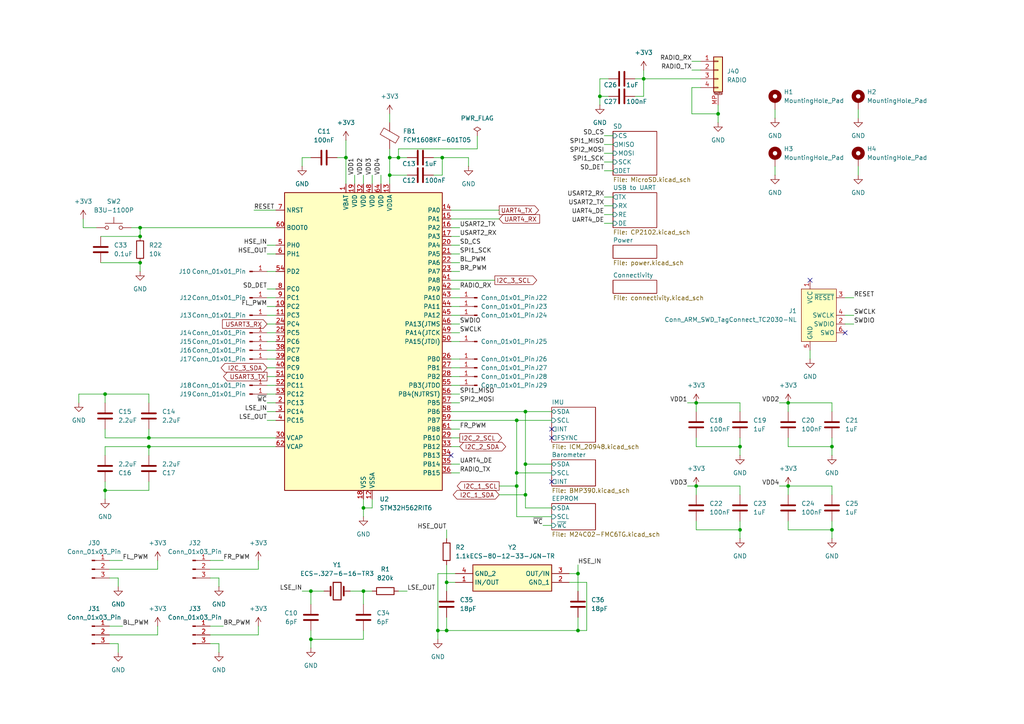
<source format=kicad_sch>
(kicad_sch (version 20250114) (generator "eeschema") (generator_version "9.0")
  (paper "A4")
  (junction (at 128.27 45.72))
  (junction (at 127 182.88))
  (junction (at 90.17 171.45))
  (junction (at 30.48 114.3))
  (junction (at 241.3 153.67))
  (junction (at 152.4 119.38))
  (junction (at 228.6 140.97))
  (junction (at 214.63 129.54))
  (junction (at 208.28 33.02))
  (junction (at 214.63 153.67))
  (junction (at 113.03 50.8))
  (junction (at 173.99 27.94))
  (junction (at 40.64 66.04))
  (junction (at 149.86 121.92))
  (junction (at 129.54 182.88))
  (junction (at 30.48 142.24))
  (junction (at 201.93 140.97))
  (junction (at 149.86 140.97))
  (junction (at 40.64 76.2))
  (junction (at 149.86 137.16))
  (junction (at 152.4 134.62))
  (junction (at 152.4 143.51))
  (junction (at 201.93 116.84))
  (junction (at 90.17 185.42))
  (junction (at 167.64 166.37))
  (junction (at 43.18 127))
  (junction (at 115.57 45.72))
  (junction (at 105.41 147.32))
  (junction (at 43.18 129.54))
  (junction (at 186.69 22.86))
  (junction (at 228.6 116.84))
  (junction (at 241.3 129.54))
  (junction (at 105.41 171.45))
  (junction (at 167.64 182.88))
  (junction (at 100.33 45.72))
  (junction (at 129.54 168.91))
  (junction (at 113.03 45.72))
  (junction (at 40.64 68.58))
  (no_connect (at 245.11 96.52))
  (no_connect (at 160.02 127))
  (no_connect (at 160.02 139.7))
  (no_connect (at 234.95 81.28))
  (no_connect (at 160.02 124.46))
  (no_connect (at 130.81 132.08))
  (wire (pts (xy 90.17 171.45) (xy 90.17 175.26)))
  (wire (pts (xy 43.18 124.46) (xy 43.18 127)))
  (wire (pts (xy 73.66 60.96) (xy 80.01 60.96)))
  (wire (pts (xy 30.48 129.54) (xy 43.18 129.54)))
  (wire (pts (xy 214.63 129.54) (xy 214.63 127)))
  (wire (pts (xy 113.03 45.72) (xy 113.03 50.8)))
  (wire (pts (xy 138.43 43.18) (xy 138.43 39.37)))
  (wire (pts (xy 43.18 114.3) (xy 30.48 114.3)))
  (wire (pts (xy 228.6 140.97) (xy 228.6 143.51)))
  (wire (pts (xy 90.17 185.42) (xy 105.41 185.42)))
  (wire (pts (xy 24.13 63.5) (xy 24.13 66.04)))
  (wire (pts (xy 128.27 45.72) (xy 128.27 50.8)))
  (wire (pts (xy 77.47 73.66) (xy 80.01 73.66)))
  (wire (pts (xy 129.54 182.88) (xy 167.64 182.88)))
  (wire (pts (xy 110.49 50.8) (xy 110.49 53.34)))
  (wire (pts (xy 152.4 143.51) (xy 152.4 134.62)))
  (wire (pts (xy 149.86 137.16) (xy 149.86 121.92)))
  (wire (pts (xy 177.8 44.45) (xy 175.26 44.45)))
  (wire (pts (xy 45.72 181.61) (xy 45.72 184.15)))
  (wire (pts (xy 101.6 171.45) (xy 105.41 171.45)))
  (wire (pts (xy 77.47 78.74) (xy 80.01 78.74)))
  (wire (pts (xy 77.47 99.06) (xy 80.01 99.06)))
  (wire (pts (xy 29.21 68.58) (xy 40.64 68.58)))
  (wire (pts (xy 133.35 111.76) (xy 130.81 111.76)))
  (wire (pts (xy 105.41 147.32) (xy 105.41 149.86)))
  (wire (pts (xy 43.18 132.08) (xy 43.18 129.54)))
  (wire (pts (xy 90.17 182.88) (xy 90.17 185.42)))
  (wire (pts (xy 130.81 96.52) (xy 133.35 96.52)))
  (wire (pts (xy 127 166.37) (xy 127 182.88)))
  (wire (pts (xy 248.92 31.75) (xy 248.92 34.29)))
  (wire (pts (xy 127 182.88) (xy 129.54 182.88)))
  (wire (pts (xy 60.96 184.15) (xy 74.93 184.15)))
  (wire (pts (xy 170.18 182.88) (xy 170.18 168.91)))
  (wire (pts (xy 130.81 81.28) (xy 143.51 81.28)))
  (wire (pts (xy 152.4 134.62) (xy 152.4 119.38)))
  (wire (pts (xy 30.48 124.46) (xy 30.48 127)))
  (wire (pts (xy 214.63 153.67) (xy 214.63 156.21)))
  (wire (pts (xy 22.86 114.3) (xy 22.86 116.84)))
  (wire (pts (xy 60.96 165.1) (xy 74.93 165.1)))
  (wire (pts (xy 133.35 137.16) (xy 130.81 137.16)))
  (wire (pts (xy 105.41 171.45) (xy 107.95 171.45)))
  (wire (pts (xy 30.48 132.08) (xy 30.48 129.54)))
  (wire (pts (xy 152.4 147.32) (xy 160.02 147.32)))
  (wire (pts (xy 245.11 91.44) (xy 247.65 91.44)))
  (wire (pts (xy 133.35 88.9) (xy 130.81 88.9)))
  (wire (pts (xy 43.18 116.84) (xy 43.18 114.3)))
  (wire (pts (xy 184.15 27.94) (xy 186.69 27.94)))
  (wire (pts (xy 105.41 185.42) (xy 105.41 182.88)))
  (wire (pts (xy 130.81 121.92) (xy 149.86 121.92)))
  (wire (pts (xy 77.47 116.84) (xy 80.01 116.84)))
  (wire (pts (xy 113.03 50.8) (xy 118.11 50.8)))
  (wire (pts (xy 77.47 96.52) (xy 80.01 96.52)))
  (wire (pts (xy 177.8 62.23) (xy 175.26 62.23)))
  (wire (pts (xy 77.47 86.36) (xy 80.01 86.36)))
  (wire (pts (xy 228.6 153.67) (xy 241.3 153.67)))
  (wire (pts (xy 173.99 27.94) (xy 173.99 30.48)))
  (wire (pts (xy 130.81 119.38) (xy 152.4 119.38)))
  (wire (pts (xy 160.02 134.62) (xy 152.4 134.62)))
  (wire (pts (xy 129.54 168.91) (xy 129.54 171.45)))
  (wire (pts (xy 241.3 116.84) (xy 241.3 119.38)))
  (wire (pts (xy 152.4 119.38) (xy 160.02 119.38)))
  (wire (pts (xy 40.64 66.04) (xy 80.01 66.04)))
  (wire (pts (xy 130.81 78.74) (xy 133.35 78.74)))
  (wire (pts (xy 74.93 162.56) (xy 74.93 165.1)))
  (wire (pts (xy 173.99 27.94) (xy 176.53 27.94)))
  (wire (pts (xy 87.63 171.45) (xy 90.17 171.45)))
  (wire (pts (xy 149.86 121.92) (xy 160.02 121.92)))
  (wire (pts (xy 43.18 129.54) (xy 80.01 129.54)))
  (wire (pts (xy 130.81 127) (xy 133.35 127)))
  (wire (pts (xy 60.96 186.69) (xy 63.5 186.69)))
  (wire (pts (xy 201.93 153.67) (xy 214.63 153.67)))
  (wire (pts (xy 201.93 151.13) (xy 201.93 153.67)))
  (wire (pts (xy 184.15 22.86) (xy 186.69 22.86)))
  (wire (pts (xy 100.33 40.64) (xy 100.33 45.72)))
  (wire (pts (xy 173.99 22.86) (xy 173.99 27.94)))
  (wire (pts (xy 130.81 60.96) (xy 144.78 60.96)))
  (wire (pts (xy 77.47 111.76) (xy 80.01 111.76)))
  (wire (pts (xy 152.4 147.32) (xy 152.4 143.51)))
  (wire (pts (xy 228.6 116.84) (xy 228.6 119.38)))
  (wire (pts (xy 133.35 109.22) (xy 130.81 109.22)))
  (wire (pts (xy 31.75 167.64) (xy 34.29 167.64)))
  (wire (pts (xy 30.48 114.3) (xy 30.48 116.84)))
  (wire (pts (xy 43.18 142.24) (xy 30.48 142.24)))
  (wire (pts (xy 60.96 162.56) (xy 64.77 162.56)))
  (wire (pts (xy 175.26 49.53) (xy 177.8 49.53)))
  (wire (pts (xy 77.47 83.82) (xy 80.01 83.82)))
  (wire (pts (xy 176.53 22.86) (xy 173.99 22.86)))
  (wire (pts (xy 130.81 114.3) (xy 133.35 114.3)))
  (wire (pts (xy 132.08 168.91) (xy 129.54 168.91)))
  (wire (pts (xy 224.79 48.26) (xy 224.79 50.8)))
  (wire (pts (xy 199.39 140.97) (xy 201.93 140.97)))
  (wire (pts (xy 77.47 114.3) (xy 80.01 114.3)))
  (wire (pts (xy 40.64 76.2) (xy 40.64 78.74)))
  (wire (pts (xy 40.64 68.58) (xy 40.64 66.04)))
  (wire (pts (xy 133.35 106.68) (xy 130.81 106.68)))
  (wire (pts (xy 77.47 91.44) (xy 80.01 91.44)))
  (wire (pts (xy 97.79 45.72) (xy 100.33 45.72)))
  (wire (pts (xy 228.6 127) (xy 228.6 129.54)))
  (wire (pts (xy 228.6 140.97) (xy 241.3 140.97)))
  (wire (pts (xy 152.4 143.51) (xy 144.78 143.51)))
  (wire (pts (xy 77.47 109.22) (xy 80.01 109.22)))
  (wire (pts (xy 167.64 182.88) (xy 170.18 182.88)))
  (wire (pts (xy 133.35 104.14) (xy 130.81 104.14)))
  (wire (pts (xy 38.1 66.04) (xy 40.64 66.04)))
  (wire (pts (xy 77.47 104.14) (xy 80.01 104.14)))
  (wire (pts (xy 105.41 147.32) (xy 107.95 147.32)))
  (wire (pts (xy 130.81 66.04) (xy 133.35 66.04)))
  (wire (pts (xy 241.3 153.67) (xy 241.3 156.21)))
  (wire (pts (xy 226.06 140.97) (xy 228.6 140.97)))
  (wire (pts (xy 167.64 179.07) (xy 167.64 182.88)))
  (wire (pts (xy 74.93 181.61) (xy 74.93 184.15)))
  (wire (pts (xy 200.66 25.4) (xy 200.66 33.02)))
  (wire (pts (xy 60.96 167.64) (xy 63.5 167.64)))
  (wire (pts (xy 224.79 31.75) (xy 224.79 34.29)))
  (wire (pts (xy 77.47 93.98) (xy 80.01 93.98)))
  (wire (pts (xy 77.47 119.38) (xy 80.01 119.38)))
  (wire (pts (xy 43.18 127) (xy 80.01 127)))
  (wire (pts (xy 208.28 35.56) (xy 208.28 33.02)))
  (wire (pts (xy 214.63 153.67) (xy 214.63 151.13)))
  (wire (pts (xy 128.27 50.8) (xy 125.73 50.8)))
  (wire (pts (xy 177.8 57.15) (xy 175.26 57.15)))
  (wire (pts (xy 177.8 64.77) (xy 175.26 64.77)))
  (wire (pts (xy 113.03 50.8) (xy 113.03 53.34)))
  (wire (pts (xy 105.41 171.45) (xy 105.41 175.26)))
  (wire (pts (xy 201.93 140.97) (xy 201.93 143.51)))
  (wire (pts (xy 77.47 71.12) (xy 80.01 71.12)))
  (wire (pts (xy 177.8 46.99) (xy 175.26 46.99)))
  (wire (pts (xy 170.18 168.91) (xy 165.1 168.91)))
  (wire (pts (xy 160.02 137.16) (xy 149.86 137.16)))
  (wire (pts (xy 90.17 185.42) (xy 90.17 187.96)))
  (wire (pts (xy 130.81 134.62) (xy 133.35 134.62)))
  (wire (pts (xy 241.3 153.67) (xy 241.3 151.13)))
  (wire (pts (xy 77.47 101.6) (xy 80.01 101.6)))
  (wire (pts (xy 30.48 142.24) (xy 30.48 144.78)))
  (wire (pts (xy 133.35 86.36) (xy 130.81 86.36)))
  (wire (pts (xy 167.64 166.37) (xy 167.64 171.45)))
  (wire (pts (xy 200.66 20.32) (xy 203.2 20.32)))
  (wire (pts (xy 177.8 39.37) (xy 175.26 39.37)))
  (wire (pts (xy 102.87 50.8) (xy 102.87 53.34)))
  (wire (pts (xy 115.57 45.72) (xy 118.11 45.72)))
  (wire (pts (xy 130.81 129.54) (xy 133.35 129.54)))
  (wire (pts (xy 130.81 93.98) (xy 133.35 93.98)))
  (wire (pts (xy 167.64 163.83) (xy 167.64 166.37)))
  (wire (pts (xy 63.5 167.64) (xy 63.5 170.18)))
  (wire (pts (xy 200.66 17.78) (xy 203.2 17.78)))
  (wire (pts (xy 214.63 116.84) (xy 214.63 119.38)))
  (wire (pts (xy 149.86 149.86) (xy 160.02 149.86)))
  (wire (pts (xy 105.41 144.78) (xy 105.41 147.32)))
  (wire (pts (xy 201.93 116.84) (xy 214.63 116.84)))
  (wire (pts (xy 208.28 33.02) (xy 208.28 30.48)))
  (wire (pts (xy 149.86 149.86) (xy 149.86 140.97)))
  (wire (pts (xy 245.11 93.98) (xy 247.65 93.98)))
  (wire (pts (xy 234.95 101.6) (xy 234.95 104.14)))
  (wire (pts (xy 132.08 166.37) (xy 127 166.37)))
  (wire (pts (xy 228.6 129.54) (xy 241.3 129.54)))
  (wire (pts (xy 34.29 186.69) (xy 34.29 189.23)))
  (wire (pts (xy 177.8 41.91) (xy 175.26 41.91)))
  (wire (pts (xy 201.93 140.97) (xy 214.63 140.97)))
  (wire (pts (xy 127 182.88) (xy 127 185.42)))
  (wire (pts (xy 77.47 121.92) (xy 80.01 121.92)))
  (wire (pts (xy 30.48 114.3) (xy 22.86 114.3)))
  (wire (pts (xy 130.81 63.5) (xy 144.78 63.5)))
  (wire (pts (xy 130.81 71.12) (xy 133.35 71.12)))
  (wire (pts (xy 200.66 33.02) (xy 208.28 33.02)))
  (wire (pts (xy 203.2 25.4) (xy 200.66 25.4)))
  (wire (pts (xy 128.27 45.72) (xy 135.89 45.72)))
  (wire (pts (xy 31.75 181.61) (xy 35.56 181.61)))
  (wire (pts (xy 130.81 124.46) (xy 133.35 124.46)))
  (wire (pts (xy 149.86 140.97) (xy 149.86 137.16)))
  (wire (pts (xy 129.54 153.67) (xy 129.54 156.21)))
  (wire (pts (xy 201.93 129.54) (xy 214.63 129.54)))
  (wire (pts (xy 43.18 139.7) (xy 43.18 142.24)))
  (wire (pts (xy 226.06 116.84) (xy 228.6 116.84)))
  (wire (pts (xy 113.03 33.02) (xy 113.03 35.56)))
  (wire (pts (xy 90.17 171.45) (xy 93.98 171.45)))
  (wire (pts (xy 29.21 76.2) (xy 40.64 76.2)))
  (wire (pts (xy 130.81 76.2) (xy 133.35 76.2)))
  (wire (pts (xy 214.63 140.97) (xy 214.63 143.51)))
  (wire (pts (xy 31.75 165.1) (xy 45.72 165.1)))
  (wire (pts (xy 90.17 45.72) (xy 87.63 45.72)))
  (wire (pts (xy 241.3 129.54) (xy 241.3 127)))
  (wire (pts (xy 115.57 171.45) (xy 118.11 171.45)))
  (wire (pts (xy 24.13 66.04) (xy 27.94 66.04)))
  (wire (pts (xy 30.48 127) (xy 43.18 127)))
  (wire (pts (xy 135.89 45.72) (xy 135.89 48.26)))
  (wire (pts (xy 133.35 99.06) (xy 130.81 99.06)))
  (wire (pts (xy 125.73 45.72) (xy 128.27 45.72)))
  (wire (pts (xy 31.75 186.69) (xy 34.29 186.69)))
  (wire (pts (xy 199.39 116.84) (xy 201.93 116.84)))
  (wire (pts (xy 201.93 116.84) (xy 201.93 119.38)))
  (wire (pts (xy 228.6 116.84) (xy 241.3 116.84)))
  (wire (pts (xy 80.01 88.9) (xy 77.47 88.9)))
  (wire (pts (xy 165.1 166.37) (xy 167.64 166.37)))
  (wire (pts (xy 177.8 59.69) (xy 175.26 59.69)))
  (wire (pts (xy 115.57 45.72) (xy 115.57 43.18)))
  (wire (pts (xy 228.6 151.13) (xy 228.6 153.67)))
  (wire (pts (xy 115.57 43.18) (xy 138.43 43.18)))
  (wire (pts (xy 241.3 129.54) (xy 241.3 132.08)))
  (wire (pts (xy 203.2 22.86) (xy 186.69 22.86)))
  (wire (pts (xy 45.72 162.56) (xy 45.72 165.1)))
  (wire (pts (xy 133.35 83.82) (xy 130.81 83.82)))
  (wire (pts (xy 245.11 86.36) (xy 247.65 86.36)))
  (wire (pts (xy 100.33 45.72) (xy 100.33 53.34)))
  (wire (pts (xy 201.93 127) (xy 201.93 129.54)))
  (wire (pts (xy 113.03 43.18) (xy 113.03 45.72)))
  (wire (pts (xy 105.41 50.8) (xy 105.41 53.34)))
  (wire (pts (xy 107.95 50.8) (xy 107.95 53.34)))
  (wire (pts (xy 133.35 91.44) (xy 130.81 91.44)))
  (wire (pts (xy 34.29 167.64) (xy 34.29 170.18)))
  (wire (pts (xy 31.75 162.56) (xy 35.56 162.56)))
  (wire (pts (xy 157.48 152.4) (xy 160.02 152.4)))
  (wire (pts (xy 60.96 181.61) (xy 64.77 181.61)))
  (wire (pts (xy 31.75 184.15) (xy 45.72 184.15)))
  (wire (pts (xy 214.63 129.54) (xy 214.63 132.08)))
  (wire (pts (xy 130.81 73.66) (xy 133.35 73.66)))
  (wire (pts (xy 186.69 20.32) (xy 186.69 22.86)))
  (wire (pts (xy 241.3 140.97) (xy 241.3 143.51)))
  (wire (pts (xy 186.69 22.86) (xy 186.69 27.94)))
  (wire (pts (xy 248.92 48.26) (xy 248.92 50.8)))
  (wire (pts (xy 113.03 45.72) (xy 115.57 45.72)))
  (wire (pts (xy 129.54 179.07) (xy 129.54 182.88)))
  (wire (pts (xy 87.63 45.72) (xy 87.63 48.26)))
  (wire (pts (xy 149.86 140.97) (xy 144.78 140.97)))
  (wire (pts (xy 77.47 106.68) (xy 80.01 106.68)))
  (wire (pts (xy 107.95 144.78) (xy 107.95 147.32)))
  (wire (pts (xy 63.5 186.69) (xy 63.5 189.23)))
  (wire (pts (xy 130.81 68.58) (xy 133.35 68.58)))
  (wire (pts (xy 129.54 163.83) (xy 129.54 168.91)))
  (wire (pts (xy 30.48 142.24) (xy 30.48 139.7)))
  (wire (pts (xy 130.81 116.84) (xy 133.35 116.84)))
  (label "HSE_OUT" (at 129.54 153.67 180))
  (label "BR_PWM" (at 64.77 181.61 0))
  (label "SD_DET" (at 77.47 83.82 180))
  (label "SWCLK" (at 133.35 96.52 0))
  (label "UART4_DE" (at 133.35 134.62 0))
  (label "RADIO_RX" (at 133.35 83.82 0))
  (label "SPI2_MOSI" (at 133.35 116.84 0))
  (label "VDD1" (at 199.39 116.84 180))
  (label "SD_CS" (at 175.26 39.37 180))
  (label "BL_PWM" (at 133.35 76.2 0))
  (label "USART2_TX" (at 175.26 59.69 180))
  (label "BR_PWM" (at 133.35 78.74 0))
  (label "SWDIO" (at 247.65 93.98 0))
  (label "SD_DET" (at 175.26 49.53 180))
  (label "VDD4" (at 110.49 50.8 90))
  (label "LSE_IN" (at 87.63 171.45 180))
  (label "UART4_DE" (at 175.26 64.77 180))
  (label "VDD3" (at 107.95 50.8 90))
  (label "RADIO_TX" (at 133.35 137.16 0))
  (label "SPI1_MISO" (at 175.26 41.91 180))
  (label "SD_CS" (at 133.35 71.12 0))
  (label "FL_PWM" (at 77.47 88.9 180))
  (label "~{WC}" (at 77.47 116.84 180))
  (label "VDD1" (at 102.87 50.8 90))
  (label "VDD3" (at 199.39 140.97 180))
  (label "SPI1_MISO" (at 133.35 114.3 0))
  (label "RESET" (at 247.65 86.36 0))
  (label "SPI1_SCK" (at 133.35 73.66 0))
  (label "BL_PWM" (at 35.56 181.61 0))
  (label "SPI2_MOSI" (at 175.26 44.45 180))
  (label "SWDIO" (at 133.35 93.98 0))
  (label "UART4_DE" (at 175.26 62.23 180))
  (label "RESET" (at 73.66 60.96 0))
  (label "RADIO_RX" (at 200.66 17.78 180))
  (label "HSE_IN" (at 167.64 163.83 0))
  (label "LSE_OUT" (at 118.11 171.45 0))
  (label "RADIO_TX" (at 200.66 20.32 180))
  (label "HSE_OUT" (at 77.47 73.66 180))
  (label "VDD4" (at 226.06 140.97 180))
  (label "FL_PWM" (at 35.56 162.56 0))
  (label "SWCLK" (at 247.65 91.44 0))
  (label "VDD2" (at 105.41 50.8 90))
  (label "LSE_OUT" (at 77.47 121.92 180))
  (label "USART2_RX" (at 175.26 57.15 180))
  (label "HSE_IN" (at 77.47 71.12 180))
  (label "SPI1_SCK" (at 175.26 46.99 180))
  (label "~{WC}" (at 157.48 152.4 180))
  (label "VDD2" (at 226.06 116.84 180))
  (label "USART2_RX" (at 133.35 68.58 0))
  (label "LSE_IN" (at 77.47 119.38 180))
  (label "FR_PWM" (at 64.77 162.56 0))
  (label "FR_PWM" (at 133.35 124.46 0))
  (label "USART2_TX" (at 133.35 66.04 0))
  (global_label "I2C_1_SDA" (shape bidirectional) (at 144.78 143.51 180) (property "Intersheetrefs" "${INTERSHEET_REFS}" (effects (hide yes))))
  (global_label "I2C_3_SCL" (shape output) (at 143.51 81.28 0) (property "Intersheetrefs" "${INTERSHEET_REFS}" (effects (hide yes))))
  (global_label "I2C_3_SDA" (shape bidirectional) (at 77.47 106.68 180) (property "Intersheetrefs" "${INTERSHEET_REFS}" (effects (hide yes))))
  (global_label "UART4_RX" (shape input) (at 144.78 63.5 0) (property "Intersheetrefs" "${INTERSHEET_REFS}" (effects (hide yes))))
  (global_label "I2C_2_SDA" (shape bidirectional) (at 133.35 129.54 0) (property "Intersheetrefs" "${INTERSHEET_REFS}" (effects (hide yes))))
  (global_label "I2C_2_SCL" (shape output) (at 133.35 127 0) (property "Intersheetrefs" "${INTERSHEET_REFS}" (effects (hide yes))))
  (global_label "USART3_RX" (shape input) (at 77.47 93.98 180) (property "Intersheetrefs" "${INTERSHEET_REFS}" (effects (hide yes))))
  (global_label "USART3_TX" (shape output) (at 77.47 109.22 180) (property "Intersheetrefs" "${INTERSHEET_REFS}" (effects (hide yes))))
  (global_label "UART4_TX" (shape output) (at 144.78 60.96 0) (property "Intersheetrefs" "${INTERSHEET_REFS}" (effects (hide yes))))
  (global_label "I2C_1_SCL" (shape output) (at 144.78 140.97 180) (property "Intersheetrefs" "${INTERSHEET_REFS}" (effects (hide yes))))
  (symbol (lib_id "Connector:Conn_01x01_Pin") (at 72.39 96.52 0) (unit 1)
    (property "Reference" "J14" (at 53.848 96.52 0))
    (property "Value" "Conn_01x01_Pin" (at 63.5 96.52 0))
    (property "Footprint" "Drone stuff:Breakout_Pad" (effects (hide yes)))
    (property "Description" "Generic connector, single row, 01x01, script generated" (effects (hide yes)))
  )
  (symbol (lib_id "power:+3V3") (at 228.6 140.97 0) (unit 1)
    (property "Reference" "#PWR044" (effects (hide yes)))
    (property "Value" "+3V3" (at 228.6 135.89 0))
    (property "Description" "Power symbol creates a global label with name \"+3V3\"" (effects (hide yes)))
  )
  (symbol (lib_id "Connector:Conn_01x01_Pin") (at 138.43 99.06 180) (unit 1)
    (property "Reference" "J25" (at 156.972 99.06 0))
    (property "Value" "Conn_01x01_Pin" (at 147.32 99.06 0))
    (property "Footprint" "Drone stuff:Breakout_Pad" (effects (hide yes)))
    (property "Description" "Generic connector, single row, 01x01, script generated" (effects (hide yes)))
  )
  (symbol (lib_id "Device:C") (at 241.3 123.19 0) (unit 1)
    (property "Reference" "C21" (at 245.11 121.9199 0) (effects (justify left)))
    (property "Value" "1uF" (at 245.11 124.4599 0) (effects (justify left)))
    (property "Footprint" "Capacitor_SMD:C_0402_1005Metric" (effects (hide yes)))
    (property "Description" "Unpolarized capacitor" (effects (hide yes)))
  )
  (symbol (lib_id "Device:FerriteBead") (at 113.03 39.37 0) (unit 1)
    (property "Reference" "FB1" (at 116.84 38.0491 0) (effects (justify left)))
    (property "Value" "FCM1608KF-601T05" (at 116.84 40.5891 0) (effects (justify left)))
    (property "Footprint" "Inductor_SMD:L_0603_1608Metric" (effects (hide yes)))
    (property "Description" "Ferrite bead" (effects (hide yes)))
  )
  (symbol (lib_id "power:GND") (at 135.89 48.26 0) (unit 1)
    (property "Reference" "#PWR030" (effects (hide yes)))
    (property "Value" "GND" (at 135.89 53.34 0))
    (property "Description" "Power symbol creates a global label with name \"GND\" , ground" (effects (hide yes)))
  )
  (symbol (lib_id "power:GND") (at 214.63 132.08 0) (unit 1)
    (property "Reference" "#PWR033" (effects (hide yes)))
    (property "Value" "GND" (at 214.63 137.16 0))
    (property "Description" "Power symbol creates a global label with name \"GND\" , ground" (effects (hide yes)))
  )
  (symbol (lib_id "power:GND") (at 30.48 144.78 0) (mirror y) (unit 1)
    (property "Reference" "#PWR032" (effects (hide yes)))
    (property "Value" "GND" (at 30.48 149.86 0))
    (property "Description" "Power symbol creates a global label with name \"GND\" , ground" (effects (hide yes)))
  )
  (symbol (lib_id "power:GND") (at 208.28 35.56 0) (unit 1)
    (property "Reference" "#PWR0104" (effects (hide yes)))
    (property "Value" "GND" (at 208.28 40.64 0))
    (property "Description" "Power symbol creates a global label with name \"GND\" , ground" (effects (hide yes)))
  )
  (symbol (lib_id "Device:C") (at 241.3 147.32 0) (unit 1)
    (property "Reference" "C25" (at 245.11 146.0499 0) (effects (justify left)))
    (property "Value" "1uF" (at 245.11 148.5899 0) (effects (justify left)))
    (property "Footprint" "Capacitor_SMD:C_0402_1005Metric" (effects (hide yes)))
    (property "Description" "Unpolarized capacitor" (effects (hide yes)))
  )
  (symbol (lib_id "Mechanical:MountingHole_Pad") (at 248.92 45.72 0) (unit 1) (in_bom no)
    (property "Reference" "H4" (at 251.46 43.1799 0) (effects (justify left)))
    (property "Value" "MountingHole_Pad" (at 251.46 45.7199 0) (effects (justify left)))
    (property "Footprint" "MountingHole:MountingHole_3.2mm_M3_ISO14580_Pad" (effects (hide yes)))
    (property "Description" "Mounting Hole with connection" (effects (hide yes)))
  )
  (symbol (lib_id "Connector:Conn_01x01_Pin") (at 138.43 88.9 180) (unit 1)
    (property "Reference" "J23" (at 156.972 88.9 0))
    (property "Value" "Conn_01x01_Pin" (at 147.32 88.9 0))
    (property "Footprint" "Drone stuff:Breakout_Pad" (effects (hide yes)))
    (property "Description" "Generic connector, single row, 01x01, script generated" (effects (hide yes)))
  )
  (symbol (lib_id "Connector:Conn_01x03_Pin") (at 26.67 184.15 0) (unit 1)
    (property "Reference" "J31" (at 27.305 176.53 0))
    (property "Value" "Conn_01x03_Pin" (at 27.305 179.07 0))
    (property "Footprint" "Drone stuff:Breakout_Servo_Pad" (effects (hide yes)))
    (property "Description" "Generic connector, single row, 01x03, script generated" (effects (hide yes)))
  )
  (symbol (lib_id "Device:C") (at 105.41 179.07 0) (unit 1)
    (property "Reference" "C34" (at 109.22 177.7999 0) (effects (justify left)))
    (property "Value" "6pF" (at 109.22 180.3399 0) (effects (justify left)))
    (property "Footprint" "Capacitor_SMD:C_0402_1005Metric" (effects (hide yes)))
    (property "Description" "Unpolarized capacitor" (effects (hide yes)))
  )
  (symbol (lib_id "Connector:Conn_ARM_SWD_TagConnect_TC2030-NL") (at 237.49 91.44 0) (unit 1) (in_bom no)
    (property "Reference" "J1" (at 231.14 90.1699 0) (effects (justify right)))
    (property "Value" "Conn_ARM_SWD_TagConnect_TC2030-NL" (at 231.14 92.7099 0) (effects (justify right)))
    (property "Footprint" "Connector_PinHeader_2.54mm:PinHeader_2x02_P2.54mm_Vertical" (effects (hide yes)))
    (property "Datasheet" "https://www.tag-connect.com/wp-content/uploads/bsk-pdf-manager/TC2030-CTX_1.pdf" (effects (hide yes)))
    (property "Description" "Tag-Connect ARM Cortex SWD JTAG connector, 6 pin, no legs" (effects (hide yes)))
  )
  (symbol (lib_id "Connector:Conn_01x01_Pin") (at 72.39 101.6 0) (unit 1)
    (property "Reference" "J16" (at 53.848 101.6 0))
    (property "Value" "Conn_01x01_Pin" (at 63.5 101.6 0))
    (property "Footprint" "Drone stuff:Breakout_Pad" (effects (hide yes)))
    (property "Description" "Generic connector, single row, 01x01, script generated" (effects (hide yes)))
  )
  (symbol (lib_id "Device:C") (at 129.54 175.26 0) (unit 1)
    (property "Reference" "C35" (at 133.35 173.9899 0) (effects (justify left)))
    (property "Value" "18pF" (at 133.35 176.5299 0) (effects (justify left)))
    (property "Footprint" "Capacitor_SMD:C_0402_1005Metric" (effects (hide yes)))
    (property "Description" "Unpolarized capacitor" (effects (hide yes)))
  )
  (symbol (lib_id "power:GND") (at 224.79 50.8 0) (unit 1)
    (property "Reference" "#PWR097" (effects (hide yes)))
    (property "Value" "GND" (at 224.79 55.88 0))
    (property "Description" "Power symbol creates a global label with name \"GND\" , ground" (effects (hide yes)))
  )
  (symbol (lib_id "Connector:Conn_01x01_Pin") (at 72.39 104.14 0) (unit 1)
    (property "Reference" "J17" (at 53.848 104.14 0))
    (property "Value" "Conn_01x01_Pin" (at 63.5 104.14 0))
    (property "Footprint" "Drone stuff:Breakout_Pad" (effects (hide yes)))
    (property "Description" "Generic connector, single row, 01x01, script generated" (effects (hide yes)))
  )
  (symbol (lib_id "power:+3V3") (at 201.93 140.97 0) (unit 1)
    (property "Reference" "#PWR0106" (effects (hide yes)))
    (property "Value" "+3V3" (at 201.93 135.89 0))
    (property "Description" "Power symbol creates a global label with name \"+3V3\"" (effects (hide yes)))
  )
  (symbol (lib_id "power:GND") (at 90.17 187.96 0) (unit 1)
    (property "Reference" "#PWR011" (effects (hide yes)))
    (property "Value" "GND" (at 90.17 193.04 0))
    (property "Description" "Power symbol creates a global label with name \"GND\" , ground" (effects (hide yes)))
  )
  (symbol (lib_id "Device:C") (at 180.34 22.86 90) (unit 1)
    (property "Reference" "C26" (at 177.038 24.638 90))
    (property "Value" "1uF" (at 183.388 24.638 90))
    (property "Footprint" "Capacitor_SMD:C_0402_1005Metric" (effects (hide yes)))
    (property "Description" "Unpolarized capacitor" (effects (hide yes)))
  )
  (symbol (lib_id "power:+3V3") (at 45.72 181.61 0) (unit 1)
    (property "Reference" "#PWR089" (effects (hide yes)))
    (property "Value" "+3V3" (at 45.72 176.53 0))
    (property "Description" "Power symbol creates a global label with name \"+3V3\"" (effects (hide yes)))
  )
  (symbol (lib_id "power:GND") (at 224.79 34.29 0) (unit 1)
    (property "Reference" "#PWR095" (effects (hide yes)))
    (property "Value" "GND" (at 224.79 39.37 0))
    (property "Description" "Power symbol creates a global label with name \"GND\" , ground" (effects (hide yes)))
  )
  (symbol (lib_id "Connector:Conn_01x01_Pin") (at 72.39 91.44 0) (unit 1)
    (property "Reference" "J13" (at 53.848 91.44 0))
    (property "Value" "Conn_01x01_Pin" (at 63.5 91.44 0))
    (property "Footprint" "Drone stuff:Breakout_Pad" (effects (hide yes)))
    (property "Description" "Generic connector, single row, 01x01, script generated" (effects (hide yes)))
  )
  (symbol (lib_id "power:+3V3") (at 228.6 116.84 0) (unit 1)
    (property "Reference" "#PWR043" (effects (hide yes)))
    (property "Value" "+3V3" (at 228.6 111.76 0))
    (property "Description" "Power symbol creates a global label with name \"+3V3\"" (effects (hide yes)))
  )
  (symbol (lib_id "Device:Crystal") (at 97.79 171.45 0) (unit 1)
    (property "Reference" "Y1" (at 97.79 163.83 0))
    (property "Value" "ECS-.327-6-16-TR3" (at 97.79 166.37 0))
    (property "Footprint" "Drone stuff:ECS-.327-6-16-TR3" (effects (hide yes)))
    (property "Description" "Two pin crystal" (effects (hide yes)))
  )
  (symbol (lib_id "Connector:Conn_01x01_Pin") (at 72.39 114.3 0) (unit 1)
    (property "Reference" "J19" (at 53.848 114.3 0))
    (property "Value" "Conn_01x01_Pin" (at 63.5 114.3 0))
    (property "Footprint" "Drone stuff:Breakout_Pad" (effects (hide yes)))
    (property "Description" "Generic connector, single row, 01x01, script generated" (effects (hide yes)))
  )
  (symbol (lib_id "Device:R") (at 40.64 72.39 0) (unit 1)
    (property "Reference" "R22" (at 43.18 71.1199 0) (effects (justify left)))
    (property "Value" "10k" (at 43.18 73.6599 0) (effects (justify left)))
    (property "Footprint" "Resistor_SMD:R_0402_1005Metric" (effects (hide yes)))
    (property "Description" "Resistor" (effects (hide yes)))
  )
  (symbol (lib_id "power:GND") (at 87.63 48.26 0) (unit 1)
    (property "Reference" "#PWR028" (effects (hide yes)))
    (property "Value" "GND" (at 87.63 53.34 0))
    (property "Description" "Power symbol creates a global label with name \"GND\" , ground" (effects (hide yes)))
  )
  (symbol (lib_id "Connector_Generic_MountingPin:Conn_01x04_MountingPin") (at 208.28 20.32 0) (unit 1)
    (property "Reference" "J40" (at 210.82 20.6755 0) (effects (justify left)))
    (property "Value" "RADIO" (at 210.82 23.2155 0) (effects (justify left)))
    (property "Footprint" "Connector_JST:JST_SH_SM04B-SRSS-TB_1x04-1MP_P1.00mm_Horizontal" (effects (hide yes)))
    (property "Description" "Generic connectable mounting pin connector, single row, 01x04, script generated (kicad-library-utils/schlib/autogen/connector/)" (effects (hide yes)))
  )
  (symbol (lib_id "Connector:Conn_01x01_Pin") (at 138.43 104.14 180) (unit 1)
    (property "Reference" "J26" (at 156.972 104.14 0))
    (property "Value" "Conn_01x01_Pin" (at 147.32 104.14 0))
    (property "Footprint" "Drone stuff:Breakout_Pad" (effects (hide yes)))
    (property "Description" "Generic connector, single row, 01x01, script generated" (effects (hide yes)))
  )
  (symbol (lib_id "Device:C") (at 43.18 135.89 0) (mirror x) (unit 1)
    (property "Reference" "C17" (at 46.99 137.1601 0) (effects (justify left)))
    (property "Value" "2.2uF" (at 46.99 134.6201 0) (effects (justify left)))
    (property "Footprint" "Capacitor_SMD:C_0402_1005Metric" (effects (hide yes)))
    (property "Description" "Unpolarized capacitor" (effects (hide yes)))
  )
  (symbol (lib_id "Connector:Conn_01x01_Pin") (at 138.43 111.76 180) (unit 1)
    (property "Reference" "J29" (at 156.972 111.76 0))
    (property "Value" "Conn_01x01_Pin" (at 147.32 111.76 0))
    (property "Footprint" "Drone stuff:Breakout_Pad" (effects (hide yes)))
    (property "Description" "Generic connector, single row, 01x01, script generated" (effects (hide yes)))
  )
  (symbol (lib_id "power:+3V3") (at 100.33 40.64 0) (unit 1)
    (property "Reference" "#PWR027" (effects (hide yes)))
    (property "Value" "+3V3" (at 100.33 35.56 0))
    (property "Description" "Power symbol creates a global label with name \"+3V3\"" (effects (hide yes)))
  )
  (symbol (lib_id "power:+3V3") (at 186.69 20.32 0) (unit 1)
    (property "Reference" "#PWR041" (effects (hide yes)))
    (property "Value" "+3V3" (at 186.69 15.24 0))
    (property "Description" "Power symbol creates a global label with name \"+3V3\"" (effects (hide yes)))
  )
  (symbol (lib_id "Device:C") (at 93.98 45.72 90) (unit 1)
    (property "Reference" "C11" (at 93.98 38.1 90))
    (property "Value" "100nF" (at 93.98 40.64 90))
    (property "Footprint" "Capacitor_SMD:C_0402_1005Metric" (effects (hide yes)))
    (property "Description" "Unpolarized capacitor" (effects (hide yes)))
  )
  (symbol (lib_id "Connector:Conn_01x03_Pin") (at 55.88 184.15 0) (unit 1)
    (property "Reference" "J33" (at 56.515 176.53 0))
    (property "Value" "Conn_01x03_Pin" (at 56.515 179.07 0))
    (property "Footprint" "Drone stuff:Breakout_Servo_Pad" (effects (hide yes)))
    (property "Description" "Generic connector, single row, 01x03, script generated" (effects (hide yes)))
  )
  (symbol (lib_id "MCU_ST_STM32H5:STM32H562RITx") (at 105.41 99.06 0) (unit 1)
    (property "Reference" "U2" (at 110.0933 144.78 0) (effects (justify left)))
    (property "Value" "STM32H562RIT6" (at 110.0933 147.32 0) (effects (justify left)))
    (property "Footprint" "Package_QFP:LQFP-64_10x10mm_P0.5mm" (effects (hide yes)))
    (property "Datasheet" "https://www.st.com/resource/en/datasheet/stm32h562ri.pdf" (effects (hide yes)))
    (property "Description" "STMicroelectronics Arm Cortex-M33 MCU, 2048KB flash, 640KB RAM, 250 MHz, 1.62-3.6V, 49 GPIO, LQFP64" (effects (hide yes)))
  )
  (symbol (lib_id "power:GND") (at 40.64 78.74 0) (unit 1)
    (property "Reference" "#PWR038" (effects (hide yes)))
    (property "Value" "GND" (at 40.64 83.82 0))
    (property "Description" "Power symbol creates a global label with name \"GND\" , ground" (effects (hide yes)))
  )
  (symbol (lib_id "power:GND") (at 248.92 34.29 0) (unit 1)
    (property "Reference" "#PWR096" (effects (hide yes)))
    (property "Value" "GND" (at 248.92 39.37 0))
    (property "Description" "Power symbol creates a global label with name \"GND\" , ground" (effects (hide yes)))
  )
  (symbol (lib_id "Device:R") (at 111.76 171.45 90) (unit 1)
    (property "Reference" "R1" (at 111.76 165.1 90))
    (property "Value" "820k" (at 111.76 167.64 90))
    (property "Footprint" "Resistor_SMD:R_0402_1005Metric" (effects (hide yes)))
    (property "Description" "Resistor" (effects (hide yes)))
  )
  (symbol (lib_id "power:GND") (at 105.41 149.86 0) (unit 1)
    (property "Reference" "#PWR022" (effects (hide yes)))
    (property "Value" "GND" (at 105.41 154.94 0))
    (property "Description" "Power symbol creates a global label with name \"GND\" , ground" (effects (hide yes)))
  )
  (symbol (lib_id "Device:C") (at 201.93 123.19 0) (unit 1)
    (property "Reference" "C18" (at 205.74 121.9199 0) (effects (justify left)))
    (property "Value" "100nF" (at 205.74 124.4599 0) (effects (justify left)))
    (property "Footprint" "Capacitor_SMD:C_0402_1005Metric" (effects (hide yes)))
    (property "Description" "Unpolarized capacitor" (effects (hide yes)))
  )
  (symbol (lib_id "Device:C") (at 29.21 72.39 0) (unit 1)
    (property "Reference" "C33" (at 33.02 71.1199 0) (effects (justify left)))
    (property "Value" "0.1uF" (at 33.02 73.6599 0) (effects (justify left)))
    (property "Footprint" "Capacitor_SMD:C_0402_1005Metric" (effects (hide yes)))
    (property "Description" "Unpolarized capacitor" (effects (hide yes)))
  )
  (symbol (lib_id "Device:C") (at 201.93 147.32 0) (unit 1)
    (property "Reference" "C22" (at 205.74 146.0499 0) (effects (justify left)))
    (property "Value" "100nF" (at 205.74 148.5899 0) (effects (justify left)))
    (property "Footprint" "Capacitor_SMD:C_0402_1005Metric" (effects (hide yes)))
    (property "Description" "Unpolarized capacitor" (effects (hide yes)))
  )
  (symbol (lib_id "Device:C") (at 228.6 123.19 0) (unit 1)
    (property "Reference" "C20" (at 232.41 121.9199 0) (effects (justify left)))
    (property "Value" "100nF" (at 232.41 124.4599 0) (effects (justify left)))
    (property "Footprint" "Capacitor_SMD:C_0402_1005Metric" (effects (hide yes)))
    (property "Description" "Unpolarized capacitor" (effects (hide yes)))
  )
  (symbol (lib_id "Connector:Conn_01x01_Pin") (at 138.43 86.36 180) (unit 1)
    (property "Reference" "J22" (at 156.972 86.36 0))
    (property "Value" "Conn_01x01_Pin" (at 147.32 86.36 0))
    (property "Footprint" "Drone stuff:Breakout_Pad" (effects (hide yes)))
    (property "Description" "Generic connector, single row, 01x01, script generated" (effects (hide yes)))
  )
  (symbol (lib_id "Connector:Conn_01x01_Pin") (at 138.43 109.22 180) (unit 1)
    (property "Reference" "J28" (at 156.972 109.22 0))
    (property "Value" "Conn_01x01_Pin" (at 147.32 109.22 0))
    (property "Footprint" "Drone stuff:Breakout_Pad" (effects (hide yes)))
    (property "Description" "Generic connector, single row, 01x01, script generated" (effects (hide yes)))
  )
  (symbol (lib_id "Device:C") (at 30.48 135.89 0) (mirror x) (unit 1)
    (property "Reference" "C16" (at 34.29 137.1601 0) (effects (justify left)))
    (property "Value" "2.2uF" (at 34.29 134.6201 0) (effects (justify left)))
    (property "Footprint" "Capacitor_SMD:C_0402_1005Metric" (effects (hide yes)))
    (property "Description" "Unpolarized capacitor" (effects (hide yes)))
  )
  (symbol (lib_id "power:GND") (at 22.86 116.84 0) (unit 1)
    (property "Reference" "#PWR031" (effects (hide yes)))
    (property "Value" "GND" (at 22.86 121.92 0))
    (property "Description" "Power symbol creates a global label with name \"GND\" , ground" (effects (hide yes)))
  )
  (symbol (lib_id "Connector:Conn_01x03_Pin") (at 26.67 165.1 0) (unit 1)
    (property "Reference" "J30" (at 27.305 157.48 0))
    (property "Value" "Conn_01x03_Pin" (at 27.305 160.02 0))
    (property "Footprint" "Drone stuff:Breakout_Servo_Pad" (effects (hide yes)))
    (property "Description" "Generic connector, single row, 01x03, script generated" (effects (hide yes)))
  )
  (symbol (lib_id "power:GND") (at 173.99 30.48 0) (unit 1)
    (property "Reference" "#PWR0105" (effects (hide yes)))
    (property "Value" "GND" (at 173.99 35.56 0))
    (property "Description" "Power symbol creates a global label with name \"GND\" , ground" (effects (hide yes)))
  )
  (symbol (lib_id "Device:C") (at 30.48 120.65 0) (unit 1)
    (property "Reference" "C15" (at 34.29 119.3799 0) (effects (justify left)))
    (property "Value" "2.2uF" (at 34.29 121.9199 0) (effects (justify left)))
    (property "Footprint" "Capacitor_SMD:C_0402_1005Metric" (effects (hide yes)))
    (property "Description" "Unpolarized capacitor" (effects (hide yes)))
  )
  (symbol (lib_id "Device:C") (at 214.63 147.32 0) (unit 1)
    (property "Reference" "C23" (at 218.44 146.0499 0) (effects (justify left)))
    (property "Value" "1uF" (at 218.44 148.5899 0) (effects (justify left)))
    (property "Footprint" "Capacitor_SMD:C_0402_1005Metric" (effects (hide yes)))
    (property "Description" "Unpolarized capacitor" (effects (hide yes)))
  )
  (symbol (lib_id "power:GND") (at 34.29 189.23 0) (unit 1)
    (property "Reference" "#PWR088" (effects (hide yes)))
    (property "Value" "GND" (at 34.29 194.31 0))
    (property "Description" "Power symbol creates a global label with name \"GND\" , ground" (effects (hide yes)))
  )
  (symbol (lib_id "power:+3V3") (at 113.03 33.02 0) (unit 1)
    (property "Reference" "#PWR029" (effects (hide yes)))
    (property "Value" "+3V3" (at 113.03 27.94 0))
    (property "Description" "Power symbol creates a global label with name \"+3V3\"" (effects (hide yes)))
  )
  (symbol (lib_id "Device:C") (at 180.34 27.94 90) (unit 1)
    (property "Reference" "C27" (at 177.038 29.464 90))
    (property "Value" "100nF" (at 184.658 29.464 90))
    (property "Footprint" "Capacitor_SMD:C_0402_1005Metric" (effects (hide yes)))
    (property "Description" "Unpolarized capacitor" (effects (hide yes)))
  )
  (symbol (lib_id "Connector:Conn_01x01_Pin") (at 72.39 111.76 0) (unit 1)
    (property "Reference" "J18" (at 53.848 111.76 0))
    (property "Value" "Conn_01x01_Pin" (at 63.5 111.76 0))
    (property "Footprint" "Drone stuff:Breakout_Pad" (effects (hide yes)))
    (property "Description" "Generic connector, single row, 01x01, script generated" (effects (hide yes)))
  )
  (symbol (lib_id "power:GND") (at 127 185.42 0) (unit 1)
    (property "Reference" "#PWR023" (effects (hide yes)))
    (property "Value" "GND" (at 127 190.5 0))
    (property "Description" "Power symbol creates a global label with name \"GND\" , ground" (effects (hide yes)))
  )
  (symbol (lib_id "power:GND") (at 214.63 156.21 0) (unit 1)
    (property "Reference" "#PWR035" (effects (hide yes)))
    (property "Value" "GND" (at 214.63 161.29 0))
    (property "Description" "Power symbol creates a global label with name \"GND\" , ground" (effects (hide yes)))
  )
  (symbol (lib_id "power:GND") (at 63.5 170.18 0) (unit 1)
    (property "Reference" "#PWR090" (effects (hide yes)))
    (property "Value" "GND" (at 63.5 175.26 0))
    (property "Description" "Power symbol creates a global label with name \"GND\" , ground" (effects (hide yes)))
  )
  (symbol (lib_id "Device:C") (at 167.64 175.26 0) (unit 1)
    (property "Reference" "C36" (at 171.45 173.9899 0) (effects (justify left)))
    (property "Value" "18pF" (at 171.45 176.5299 0) (effects (justify left)))
    (property "Footprint" "Capacitor_SMD:C_0402_1005Metric" (effects (hide yes)))
    (property "Description" "Unpolarized capacitor" (effects (hide yes)))
  )
  (symbol (lib_id "Connector:Conn_01x01_Pin") (at 72.39 86.36 0) (unit 1)
    (property "Reference" "J12" (at 53.848 86.36 0))
    (property "Value" "Conn_01x01_Pin" (at 63.5 86.36 0))
    (property "Footprint" "Drone stuff:Breakout_Pad" (effects (hide yes)))
    (property "Description" "Generic connector, single row, 01x01, script generated" (effects (hide yes)))
  )
  (symbol (lib_id "Device:C") (at 228.6 147.32 0) (unit 1)
    (property "Reference" "C24" (at 232.41 146.0499 0) (effects (justify left)))
    (property "Value" "100nF" (at 232.41 148.5899 0) (effects (justify left)))
    (property "Footprint" "Capacitor_SMD:C_0402_1005Metric" (effects (hide yes)))
    (property "Description" "Unpolarized capacitor" (effects (hide yes)))
  )
  (symbol (lib_id "Mechanical:MountingHole_Pad") (at 224.79 45.72 0) (unit 1) (in_bom no)
    (property "Reference" "H3" (at 227.33 43.1799 0) (effects (justify left)))
    (property "Value" "MountingHole_Pad" (at 227.33 45.7199 0) (effects (justify left)))
    (property "Footprint" "MountingHole:MountingHole_3.2mm_M3_ISO14580_Pad" (effects (hide yes)))
    (property "Description" "Mounting Hole with connection" (effects (hide yes)))
  )
  (symbol (lib_id "Device:R") (at 129.54 160.02 180) (unit 1)
    (property "Reference" "R2" (at 132.08 158.7499 0) (effects (justify right)))
    (property "Value" "1.1k" (at 132.08 161.2899 0) (effects (justify right)))
    (property "Footprint" "Resistor_SMD:R_0402_1005Metric" (effects (hide yes)))
    (property "Description" "Resistor" (effects (hide yes)))
  )
  (symbol (lib_id "Connector:Conn_01x01_Pin") (at 138.43 91.44 180) (unit 1)
    (property "Reference" "J24" (at 156.972 91.44 0))
    (property "Value" "Conn_01x01_Pin" (at 147.32 91.44 0))
    (property "Footprint" "Drone stuff:Breakout_Pad" (effects (hide yes)))
    (property "Description" "Generic connector, single row, 01x01, script generated" (effects (hide yes)))
  )
  (symbol (lib_id "power:GND") (at 34.29 170.18 0) (unit 1)
    (property "Reference" "#PWR087" (effects (hide yes)))
    (property "Value" "GND" (at 34.29 175.26 0))
    (property "Description" "Power symbol creates a global label with name \"GND\" , ground" (effects (hide yes)))
  )
  (symbol (lib_id "Device:C") (at 121.92 50.8 90) (unit 1)
    (property "Reference" "C12" (at 118.618 52.324 90))
    (property "Value" "100nF" (at 126.238 52.324 90))
    (property "Footprint" "Capacitor_SMD:C_0402_1005Metric" (effects (hide yes)))
    (property "Description" "Unpolarized capacitor" (effects (hide yes)))
  )
  (symbol (lib_id "power:+3V3") (at 74.93 162.56 0) (unit 1)
    (property "Reference" "#PWR092" (effects (hide yes)))
    (property "Value" "+3V3" (at 74.93 157.48 0))
    (property "Description" "Power symbol creates a global label with name \"+3V3\"" (effects (hide yes)))
  )
  (symbol (lib_id "Connector:Conn_01x03_Pin") (at 55.88 165.1 0) (unit 1)
    (property "Reference" "J32" (at 56.515 157.48 0))
    (property "Value" "Conn_01x03_Pin" (at 56.515 160.02 0))
    (property "Footprint" "Drone stuff:Breakout_Servo_Pad" (effects (hide yes)))
    (property "Description" "Generic connector, single row, 01x03, script generated" (effects (hide yes)))
  )
  (symbol (lib_id "power:GND") (at 241.3 132.08 0) (unit 1)
    (property "Reference" "#PWR034" (effects (hide yes)))
    (property "Value" "GND" (at 241.3 137.16 0))
    (property "Description" "Power symbol creates a global label with name \"GND\" , ground" (effects (hide yes)))
  )
  (symbol (lib_id "Mechanical:MountingHole_Pad") (at 224.79 29.21 0) (unit 1) (in_bom no)
    (property "Reference" "H1" (at 227.33 26.6699 0) (effects (justify left)))
    (property "Value" "MountingHole_Pad" (at 227.33 29.2099 0) (effects (justify left)))
    (property "Footprint" "MountingHole:MountingHole_3.2mm_M3_ISO14580_Pad" (effects (hide yes)))
    (property "Description" "Mounting Hole with connection" (effects (hide yes)))
  )
  (symbol (lib_id "power:GND") (at 241.3 156.21 0) (unit 1)
    (property "Reference" "#PWR036" (effects (hide yes)))
    (property "Value" "GND" (at 241.3 161.29 0))
    (property "Description" "Power symbol creates a global label with name \"GND\" , ground" (effects (hide yes)))
  )
  (symbol (lib_id "power:PWR_FLAG") (at 138.43 39.37 0) (unit 1)
    (property "Reference" "#FLG06" (effects (hide yes)))
    (property "Value" "PWR_FLAG" (at 138.43 34.29 0))
    (property "Description" "Special symbol for telling ERC where power comes from" (effects (hide yes)))
  )
  (symbol (lib_id "power:GND") (at 63.5 189.23 0) (unit 1)
    (property "Reference" "#PWR091" (effects (hide yes)))
    (property "Value" "GND" (at 63.5 194.31 0))
    (property "Description" "Power symbol creates a global label with name \"GND\" , ground" (effects (hide yes)))
  )
  (symbol (lib_id "SamacSys_Parts:ECS-80-12-33-JGN-TR") (at 132.08 166.37 0) (unit 1)
    (property "Reference" "Y2" (at 148.59 158.75 0))
    (property "Value" "ECS-80-12-33-JGN-TR" (at 148.59 161.29 0))
    (property "Footprint" "SamacSys_Parts:ECS801233JGNTR" (effects (hide yes)))
    (property "Datasheet" "https://ecsxtal.com/store/pdf/ecx-32.pdf" (effects (hide yes)))
    (property "Description" "Crystals 8MHz 1.6-3.6V 30PPM -40C +85C" (effects (hide yes)))
    (property "Height" "0.8" (effects (hide yes)))
    (property "Mouser Part Number" "520-80-12-33-JGN-TR" (effects (hide yes)))
    (property "Mouser Price/Stock" "https://www.mouser.co.uk/ProductDetail/ECS/ECS-80-12-33-JGN-TR?qs=d0WKAl%252BL4KaVcQK0q%252BTt4Q%3D%3D" (effects (hide yes)))
    (property "Manufacturer_Name" "ECS" (effects (hide yes)))
    (property "Manufacturer_Part_Number" "ECS-80-12-33-JGN-TR" (effects (hide yes)))
  )
  (symbol (lib_id "power:GND") (at 234.95 104.14 0) (unit 1)
    (property "Reference" "#PWR024" (effects (hide yes)))
    (property "Value" "GND" (at 234.95 109.22 0))
    (property "Description" "Power symbol creates a global label with name \"GND\" , ground" (effects (hide yes)))
  )
  (symbol (lib_id "Switch:SW_Push") (at 33.02 66.04 0) (unit 1)
    (property "Reference" "SW2" (at 33.02 58.42 0))
    (property "Value" "B3U-1100P" (at 33.02 60.96 0))
    (property "Footprint" "Button_Switch_SMD:SW_SPST_B3U-1100P" (effects (hide yes)))
    (property "Description" "Push button switch, generic, two pins" (effects (hide yes)))
  )
  (symbol (lib_id "power:+3V3") (at 74.93 181.61 0) (unit 1)
    (property "Reference" "#PWR093" (effects (hide yes)))
    (property "Value" "+3V3" (at 74.93 176.53 0))
    (property "Description" "Power symbol creates a global label with name \"+3V3\"" (effects (hide yes)))
  )
  (symbol (lib_id "Device:C") (at 121.92 45.72 90) (unit 1)
    (property "Reference" "C13" (at 118.618 47.498 90))
    (property "Value" "1uF" (at 124.968 47.498 90))
    (property "Footprint" "Capacitor_SMD:C_0402_1005Metric" (effects (hide yes)))
    (property "Description" "Unpolarized capacitor" (effects (hide yes)))
  )
  (symbol (lib_id "Mechanical:MountingHole_Pad") (at 248.92 29.21 0) (unit 1) (in_bom no)
    (property "Reference" "H2" (at 251.46 26.6699 0) (effects (justify left)))
    (property "Value" "MountingHole_Pad" (at 251.46 29.2099 0) (effects (justify left)))
    (property "Footprint" "MountingHole:MountingHole_3.2mm_M3_ISO14580_Pad" (effects (hide yes)))
    (property "Description" "Mounting Hole with connection" (effects (hide yes)))
  )
  (symbol (lib_id "Connector:Conn_01x01_Pin") (at 72.39 78.74 0) (unit 1)
    (property "Reference" "J10" (at 53.594 78.74 0))
    (property "Value" "Conn_01x01_Pin" (at 63.5 78.74 0))
    (property "Footprint" "Drone stuff:Breakout_Pad" (effects (hide yes)))
    (property "Description" "Generic connector, single row, 01x01, script generated" (effects (hide yes)))
  )
  (symbol (lib_id "power:+3V3") (at 24.13 63.5 0) (unit 1)
    (property "Reference" "#PWR0107" (effects (hide yes)))
    (property "Value" "+3V3" (at 24.13 58.42 0))
    (property "Description" "Power symbol creates a global label with name \"+3V3\"" (effects (hide yes)))
  )
  (symbol (lib_id "power:+3V3") (at 201.93 116.84 0) (unit 1)
    (property "Reference" "#PWR042" (effects (hide yes)))
    (property "Value" "+3V3" (at 201.93 111.76 0))
    (property "Description" "Power symbol creates a global label with name \"+3V3\"" (effects (hide yes)))
  )
  (symbol (lib_id "Connector:Conn_01x01_Pin") (at 72.39 99.06 0) (unit 1)
    (property "Reference" "J15" (at 53.848 99.06 0))
    (property "Value" "Conn_01x01_Pin" (at 63.5 99.06 0))
    (property "Footprint" "Drone stuff:Breakout_Pad" (effects (hide yes)))
    (property "Description" "Generic connector, single row, 01x01, script generated" (effects (hide yes)))
  )
  (symbol (lib_id "Device:C") (at 90.17 179.07 0) (mirror y) (unit 1)
    (property "Reference" "C10" (at 86.36 177.7999 0) (effects (justify left)))
    (property "Value" "6pF" (at 86.36 180.3399 0) (effects (justify left)))
    (property "Footprint" "Capacitor_SMD:C_0402_1005Metric" (effects (hide yes)))
    (property "Description" "Unpolarized capacitor" (effects (hide yes)))
  )
  (symbol (lib_id "Connector:Conn_01x01_Pin") (at 138.43 106.68 180) (unit 1)
    (property "Reference" "J27" (at 156.972 106.68 0))
    (property "Value" "Conn_01x01_Pin" (at 147.32 106.68 0))
    (property "Footprint" "Drone stuff:Breakout_Pad" (effects (hide yes)))
    (property "Description" "Generic connector, single row, 01x01, script generated" (effects (hide yes)))
  )
  (symbol (lib_id "Device:C") (at 214.63 123.19 0) (unit 1)
    (property "Reference" "C19" (at 218.44 121.9199 0) (effects (justify left)))
    (property "Value" "1uF" (at 218.44 124.4599 0) (effects (justify left)))
    (property "Footprint" "Capacitor_SMD:C_0402_1005Metric" (effects (hide yes)))
    (property "Description" "Unpolarized capacitor" (effects (hide yes)))
  )
  (symbol (lib_id "power:GND") (at 248.92 50.8 0) (unit 1)
    (property "Reference" "#PWR098" (effects (hide yes)))
    (property "Value" "GND" (at 248.92 55.88 0))
    (property "Description" "Power symbol creates a global label with name \"GND\" , ground" (effects (hide yes)))
  )
  (symbol (lib_id "Device:C") (at 43.18 120.65 0) (unit 1)
    (property "Reference" "C14" (at 46.99 119.3799 0) (effects (justify left)))
    (property "Value" "2.2uF" (at 46.99 121.9199 0) (effects (justify left)))
    (property "Footprint" "Capacitor_SMD:C_0402_1005Metric" (effects (hide yes)))
    (property "Description" "Unpolarized capacitor" (effects (hide yes)))
  )
  (symbol (lib_id "power:+3V3") (at 45.72 162.56 0) (unit 1)
    (property "Reference" "#PWR086" (effects (hide yes)))
    (property "Value" "+3V3" (at 45.72 157.48 0))
    (property "Description" "Power symbol creates a global label with name \"+3V3\"" (effects (hide yes)))
  )
  (sheet (at 177.8 55.88) (size 12.7 10.16) (stroke (width 0.1524))
    (property "Sheetname" "USB to UART" (at 177.8 55.1684 0) (effects (justify left bottom)))
    (property "Sheetfile" "CP2102.kicad_sch" (at 177.8 66.6246 0) (effects (justify left top)))
    (pin "DE" input (at 177.8 64.77 180))
    (pin "RE" input (at 177.8 62.23 180))
    (pin "RX" input (at 177.8 59.69 180))
    (pin "TX" output (at 177.8 57.15 180))
  )
  (sheet (at 177.8 38.1) (size 12.7 12.7) (stroke (width 0.1524))
    (property "Sheetname" "SD" (at 177.8 37.3884 0) (effects (justify left bottom)))
    (property "Sheetfile" "MicroSD.kicad_sch" (at 177.8 51.3846 0) (effects (justify left top)))
    (pin "CS" input (at 177.8 39.37 180))
    (pin "DET" output (at 177.8 49.53 180))
    (pin "MISO" output (at 177.8 41.91 180))
    (pin "MOSI" input (at 177.8 44.45 180))
    (pin "SCK" input (at 177.8 46.99 180))
  )
  (sheet (at 160.02 133.35) (size 12.7 7.62) (stroke (width 0.1524))
    (property "Sheetname" "Barometer" (at 160.02 132.6384 0) (effects (justify left bottom)))
    (property "Sheetfile" "BMP390.kicad_sch" (at 160.02 141.5546 0) (effects (justify left top)))
    (pin "INT" output (at 160.02 139.7 180))
    (pin "SDA" bidirectional (at 160.02 134.62 180))
    (pin "SCL" input (at 160.02 137.16 180))
  )
  (sheet (at 160.02 118.11) (size 12.7 10.16) (stroke (width 0.1524))
    (property "Sheetname" "IMU" (at 160.02 117.3984 0) (effects (justify left bottom)))
    (property "Sheetfile" "ICM_20948.kicad_sch" (at 160.02 128.8546 0) (effects (justify left top)))
    (pin "FSYNC" output (at 160.02 127 180))
    (pin "INT" output (at 160.02 124.46 180))
    (pin "SCL" input (at 160.02 121.92 180))
    (pin "SDA" bidirectional (at 160.02 119.38 180))
  )
  (sheet (at 177.8 71.12) (size 12.7 3.81) (stroke (width 0.1524))
    (property "Sheetname" "Power" (at 177.8 70.4084 0) (effects (justify left bottom)))
    (property "Sheetfile" "power.kicad_sch" (at 177.8 75.5146 0) (effects (justify left top)))
  )
  (sheet (at 177.8 81.28) (size 12.7 3.81) (stroke (width 0.1524))
    (property "Sheetname" "Connectivity" (at 177.8 80.5684 0) (effects (justify left bottom)))
    (property "Sheetfile" "connectivity.kicad_sch" (at 177.8 85.6746 0) (effects (justify left top)))
  )
  (sheet (at 160.02 146.05) (size 12.7 7.62) (stroke (width 0.1524))
    (property "Sheetname" "EEPROM" (at 160.02 145.3384 0) (effects (justify left bottom)))
    (property "Sheetfile" "M24C02-FMC6TG.kicad_sch" (at 160.02 154.2546 0) (effects (justify left top)))
    (pin "SCL" input (at 160.02 149.86 180))
    (pin "SDA" bidirectional (at 160.02 147.32 180))
    (pin "~{WC}" input (at 160.02 152.4 180))
  )
)
</source>
